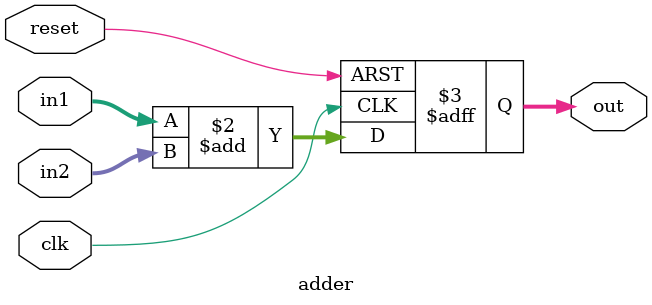
<source format=sv>
module adder(input clk, reset, input [7:0] in1, in2, output reg [8:0] out);
  
  always@(posedge clk or posedge reset) begin 
    if(reset) out <= 0;
    else out <= in1 + in2;
  end
endmodule

</source>
